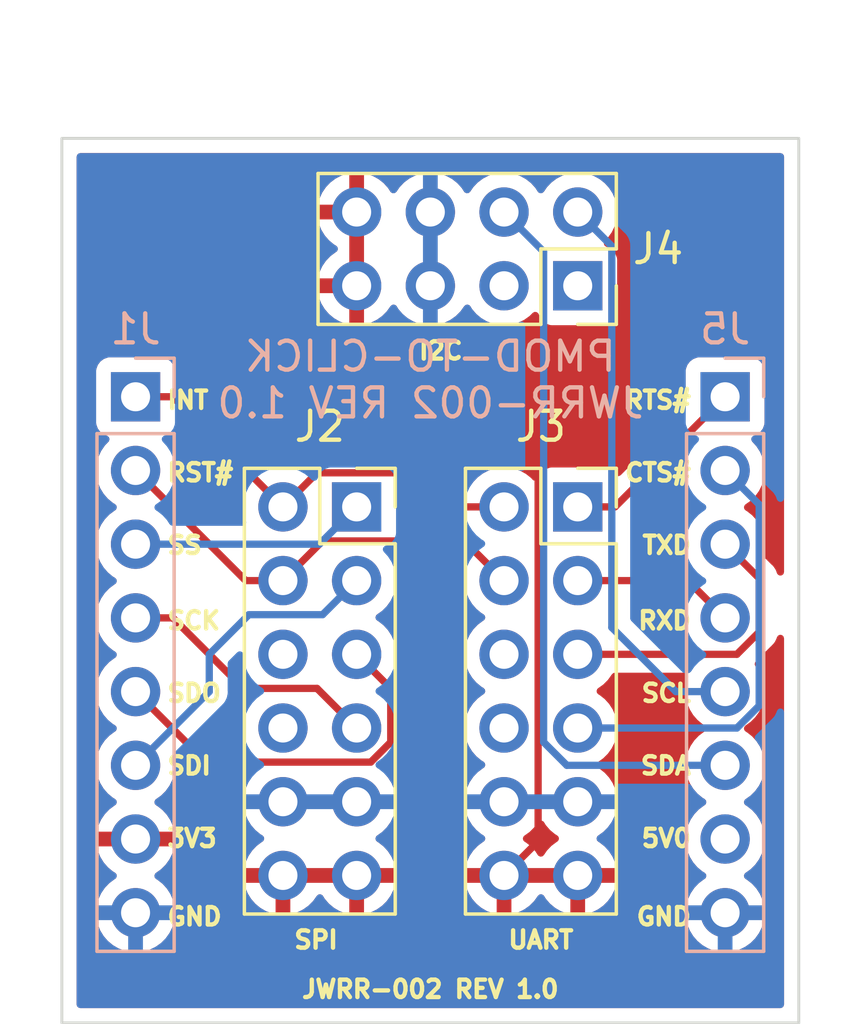
<source format=kicad_pcb>
(kicad_pcb (version 20211014) (generator pcbnew)
  (layers (0 "F.Cu" signal) (31 "B.Cu" signal) (34 "B.Paste" user) (35 "F.Paste" user) (36 "B.SilkS" user "B.Silkscreen") (37 "F.SilkS" user "F.Silkscreen") (38 "B.Mask" user) (39 "F.Mask" user) (44 "Edge.Cuts" user))
  (net 0 "")
  (net 1 "/SS")
  (net 2 "/SDI")
  (net 3 "/SDO")
  (net 4 "/SCK")
  (net 5 "GND")
  (net 6 "+3V3")
  (net 7 "/INT")
  (net 8 "/RST#")
  (net 9 "/RTS_FROM_PMOD#")
  (net 10 "/RXD_TO_PMOD")
  (net 11 "/TXD_FROM_PMOD")
  (net 12 "/CTS_TO_PMOD#")
  (net 14 "/SCL_TO_PMOD")
  (net 16 "/SDA_BIDIR")
  (footprint "Connector_PinSocket_2.54mm:PinSocket_2x06_P2.54mm_Vertical" (layer "F.Cu") (at 101.6 119.38)
    (fp_text reference "J2" (at -1.27 -2.77) (layer "F.SilkS"))
    (fp_text value "Conn_02x06_Odd_Even")
    (fp_line (start -3.87 -1.33) (end -1.27 -1.33) (layer "F.SilkS") (width 0.12))
    (fp_line (start 1.33 1.27) (end 1.33 14.03) (layer "F.SilkS") (width 0.12))
    (fp_line (start -3.87 -1.33) (end -3.87 14.03) (layer "F.SilkS") (width 0.12))
    (fp_line (start 0 -1.33) (end 1.33 -1.33) (layer "F.SilkS") (width 0.12))
    (fp_line (start -3.87 14.03) (end 1.33 14.03) (layer "F.SilkS") (width 0.12))
    (fp_line (start -1.27 -1.33) (end -1.27 1.27) (layer "F.SilkS") (width 0.12))
    (fp_line (start -1.27 1.27) (end 1.33 1.27) (layer "F.SilkS") (width 0.12))
    (fp_line (start 1.33 -1.33) (end 1.33 0) (layer "F.SilkS") (width 0.12))
    (pad "1" thru_hole rect (at 0 0) (size 1.7 1.7) (drill 1) (layers *.Cu *.Mask) (net 1 "/SS"))
    (pad "2" thru_hole oval (at -2.54 0) (size 1.7 1.7) (drill 1) (layers *.Cu *.Mask) (net 7 "/INT"))
    (pad "3" thru_hole oval (at 0 2.54) (size 1.7 1.7) (drill 1) (layers *.Cu *.Mask) (net 2 "/SDI"))
    (pad "4" thru_hole oval (at -2.54 2.54) (size 1.7 1.7) (drill 1) (layers *.Cu *.Mask) (net 8 "/RST#"))
    (pad "5" thru_hole oval (at 0 5.08) (size 1.7 1.7) (drill 1) (layers *.Cu *.Mask) (net 3 "/SDO"))
    (pad "6" thru_hole oval (at -2.54 5.08) (size 1.7 1.7) (drill 1) (layers *.Cu *.Mask))
    (pad "7" thru_hole oval (at 0 7.62) (size 1.7 1.7) (drill 1) (layers *.Cu *.Mask) (net 4 "/SCK"))
    (pad "8" thru_hole oval (at -2.54 7.62) (size 1.7 1.7) (drill 1) (layers *.Cu *.Mask))
    (pad "9" thru_hole oval (at 0 10.16) (size 1.7 1.7) (drill 1) (layers *.Cu *.Mask) (net 5 "GND"))
    (pad "10" thru_hole oval (at -2.54 10.16) (size 1.7 1.7) (drill 1) (layers *.Cu *.Mask) (net 5 "GND"))
    (pad "11" thru_hole oval (at 0 12.7) (size 1.7 1.7) (drill 1) (layers *.Cu *.Mask) (net 6 "+3V3"))
    (pad "12" thru_hole oval (at -2.54 12.7) (size 1.7 1.7) (drill 1) (layers *.Cu *.Mask) (net 6 "+3V3"))
  )
  (footprint "Connector_PinSocket_2.54mm:PinSocket_2x06_P2.54mm_Vertical" (layer "F.Cu") (at 109.22 119.38)
    (fp_text reference "J3" (at -1.27 -2.77) (layer "F.SilkS"))
    (fp_text value "Conn_02x06_Odd_Even")
    (fp_line (start 1.33 1.27) (end 1.33 14.03) (layer "F.SilkS") (width 0.12))
    (fp_line (start -3.87 -1.33) (end -1.27 -1.33) (layer "F.SilkS") (width 0.12))
    (fp_line (start -3.87 -1.33) (end -3.87 14.03) (layer "F.SilkS") (width 0.12))
    (fp_line (start 1.33 -1.33) (end 1.33 0) (layer "F.SilkS") (width 0.12))
    (fp_line (start -3.87 14.03) (end 1.33 14.03) (layer "F.SilkS") (width 0.12))
    (fp_line (start 0 -1.33) (end 1.33 -1.33) (layer "F.SilkS") (width 0.12))
    (fp_line (start -1.27 1.27) (end 1.33 1.27) (layer "F.SilkS") (width 0.12))
    (fp_line (start -1.27 -1.33) (end -1.27 1.27) (layer "F.SilkS") (width 0.12))
    (pad "1" thru_hole rect (at 0 0) (size 1.7 1.7) (drill 1) (layers *.Cu *.Mask) (net 9 "/RTS_FROM_PMOD#"))
    (pad "2" thru_hole oval (at -2.54 0) (size 1.7 1.7) (drill 1) (layers *.Cu *.Mask) (net 7 "/INT"))
    (pad "3" thru_hole oval (at 0 2.54) (size 1.7 1.7) (drill 1) (layers *.Cu *.Mask) (net 10 "/RXD_TO_PMOD"))
    (pad "4" thru_hole oval (at -2.54 2.54) (size 1.7 1.7) (drill 1) (layers *.Cu *.Mask) (net 8 "/RST#"))
    (pad "5" thru_hole oval (at 0 5.08) (size 1.7 1.7) (drill 1) (layers *.Cu *.Mask) (net 11 "/TXD_FROM_PMOD"))
    (pad "6" thru_hole oval (at -2.54 5.08) (size 1.7 1.7) (drill 1) (layers *.Cu *.Mask))
    (pad "7" thru_hole oval (at 0 7.62) (size 1.7 1.7) (drill 1) (layers *.Cu *.Mask) (net 12 "/CTS_TO_PMOD#"))
    (pad "8" thru_hole oval (at -2.54 7.62) (size 1.7 1.7) (drill 1) (layers *.Cu *.Mask))
    (pad "9" thru_hole oval (at 0 10.16) (size 1.7 1.7) (drill 1) (layers *.Cu *.Mask) (net 5 "GND"))
    (pad "10" thru_hole oval (at -2.54 10.16) (size 1.7 1.7) (drill 1) (layers *.Cu *.Mask) (net 5 "GND"))
    (pad "11" thru_hole oval (at 0 12.7) (size 1.7 1.7) (drill 1) (layers *.Cu *.Mask) (net 6 "+3V3"))
    (pad "12" thru_hole oval (at -2.54 12.7) (size 1.7 1.7) (drill 1) (layers *.Cu *.Mask) (net 6 "+3V3"))
  )
  (footprint "Connector_PinSocket_2.54mm:PinSocket_2x04_P2.54mm_Vertical" (layer "F.Cu") (at 109.22 111.76 -90)
    (fp_text reference "J4" (at -1.27 -2.77) (layer "F.SilkS"))
    (fp_text value "Conn_02x04_Odd_Even")
    (fp_line (start -1.27 -1.33) (end -1.27 1.27) (layer "F.SilkS") (width 0.12))
    (fp_line (start 1.33 -1.33) (end 1.33 0) (layer "F.SilkS") (width 0.12))
    (fp_line (start -3.87 8.95) (end 1.33 8.95) (layer "F.SilkS") (width 0.12))
    (fp_line (start 0 -1.33) (end 1.33 -1.33) (layer "F.SilkS") (width 0.12))
    (fp_line (start 1.33 1.27) (end 1.33 8.95) (layer "F.SilkS") (width 0.12))
    (fp_line (start -1.27 1.27) (end 1.33 1.27) (layer "F.SilkS") (width 0.12))
    (fp_line (start -3.87 -1.33) (end -1.27 -1.33) (layer "F.SilkS") (width 0.12))
    (fp_line (start -3.87 -1.33) (end -3.87 8.95) (layer "F.SilkS") (width 0.12))
    (pad "1" thru_hole rect (at 0 0 270) (size 1.7 1.7) (drill 1) (layers *.Cu *.Mask))
    (pad "2" thru_hole oval (at -2.54 0 270) (size 1.7 1.7) (drill 1) (layers *.Cu *.Mask) (net 14 "/SCL_TO_PMOD"))
    (pad "3" thru_hole oval (at 0 2.54 270) (size 1.7 1.7) (drill 1) (layers *.Cu *.Mask))
    (pad "4" thru_hole oval (at -2.54 2.54 270) (size 1.7 1.7) (drill 1) (layers *.Cu *.Mask) (net 16 "/SDA_BIDIR"))
    (pad "5" thru_hole oval (at 0 5.08 270) (size 1.7 1.7) (drill 1) (layers *.Cu *.Mask) (net 5 "GND"))
    (pad "6" thru_hole oval (at -2.54 5.08 270) (size 1.7 1.7) (drill 1) (layers *.Cu *.Mask) (net 5 "GND"))
    (pad "7" thru_hole oval (at 0 7.62 270) (size 1.7 1.7) (drill 1) (layers *.Cu *.Mask) (net 6 "+3V3"))
    (pad "8" thru_hole oval (at -2.54 7.62 270) (size 1.7 1.7) (drill 1) (layers *.Cu *.Mask) (net 6 "+3V3"))
  )
  (footprint "Connector_PinHeader_2.54mm:PinHeader_1x08_P2.54mm_Vertical" (layer "B.Cu") (at 93.98 115.585 180)
    (fp_text reference "J1" (at 0 2.33) (layer "B.SilkS") (effects (justify mirror)))
    (fp_text value "Conn_01x08")
    (fp_line (start -1.33 0) (end -1.33 1.33) (layer "B.SilkS") (width 0.12))
    (fp_line (start -1.33 1.33) (end 0 1.33) (layer "B.SilkS") (width 0.12))
    (fp_line (start -1.33 -1.27) (end 1.33 -1.27) (layer "B.SilkS") (width 0.12))
    (fp_line (start -1.33 -1.27) (end -1.33 -19.11) (layer "B.SilkS") (width 0.12))
    (fp_line (start 1.33 -1.27) (end 1.33 -19.11) (layer "B.SilkS") (width 0.12))
    (fp_line (start -1.33 -19.11) (end 1.33 -19.11) (layer "B.SilkS") (width 0.12))
    (pad "1" thru_hole rect (at 0 0 180) (size 1.7 1.7) (drill 1) (layers *.Cu *.Mask) (net 7 "/INT"))
    (pad "2" thru_hole oval (at 0 -2.54 180) (size 1.7 1.7) (drill 1) (layers *.Cu *.Mask) (net 8 "/RST#"))
    (pad "3" thru_hole oval (at 0 -5.08 180) (size 1.7 1.7) (drill 1) (layers *.Cu *.Mask) (net 1 "/SS"))
    (pad "4" thru_hole oval (at 0 -7.62 180) (size 1.7 1.7) (drill 1) (layers *.Cu *.Mask) (net 4 "/SCK"))
    (pad "5" thru_hole oval (at 0 -10.16 180) (size 1.7 1.7) (drill 1) (layers *.Cu *.Mask) (net 3 "/SDO"))
    (pad "6" thru_hole oval (at 0 -12.7 180) (size 1.7 1.7) (drill 1) (layers *.Cu *.Mask) (net 2 "/SDI"))
    (pad "7" thru_hole oval (at 0 -15.24 180) (size 1.7 1.7) (drill 1) (layers *.Cu *.Mask) (net 6 "+3V3"))
    (pad "8" thru_hole oval (at 0 -17.78 180) (size 1.7 1.7) (drill 1) (layers *.Cu *.Mask) (net 5 "GND"))
  )
  (footprint "Connector_PinHeader_2.54mm:PinHeader_1x08_P2.54mm_Vertical" (layer "B.Cu") (at 114.3 115.585 180)
    (fp_text reference "J5" (at 0 2.33) (layer "B.SilkS") (effects (justify mirror)))
    (fp_text value "Conn_01x08")
    (fp_line (start -1.33 -19.11) (end 1.33 -19.11) (layer "B.SilkS") (width 0.12))
    (fp_line (start -1.33 0) (end -1.33 1.33) (layer "B.SilkS") (width 0.12))
    (fp_line (start 1.33 -1.27) (end 1.33 -19.11) (layer "B.SilkS") (width 0.12))
    (fp_line (start -1.33 1.33) (end 0 1.33) (layer "B.SilkS") (width 0.12))
    (fp_line (start -1.33 -1.27) (end -1.33 -19.11) (layer "B.SilkS") (width 0.12))
    (fp_line (start -1.33 -1.27) (end 1.33 -1.27) (layer "B.SilkS") (width 0.12))
    (pad "1" thru_hole rect (at 0 0 180) (size 1.7 1.7) (drill 1) (layers *.Cu *.Mask) (net 9 "/RTS_FROM_PMOD#"))
    (pad "2" thru_hole oval (at 0 -2.54 180) (size 1.7 1.7) (drill 1) (layers *.Cu *.Mask) (net 12 "/CTS_TO_PMOD#"))
    (pad "3" thru_hole oval (at 0 -5.08 180) (size 1.7 1.7) (drill 1) (layers *.Cu *.Mask) (net 11 "/TXD_FROM_PMOD"))
    (pad "4" thru_hole oval (at 0 -7.62 180) (size 1.7 1.7) (drill 1) (layers *.Cu *.Mask) (net 10 "/RXD_TO_PMOD"))
    (pad "5" thru_hole oval (at 0 -10.16 180) (size 1.7 1.7) (drill 1) (layers *.Cu *.Mask) (net 14 "/SCL_TO_PMOD"))
    (pad "6" thru_hole oval (at 0 -12.7 180) (size 1.7 1.7) (drill 1) (layers *.Cu *.Mask) (net 16 "/SDA_BIDIR"))
    (pad "7" thru_hole oval (at 0 -15.24 180) (size 1.7 1.7) (drill 1) (layers *.Cu *.Mask))
    (pad "8" thru_hole oval (at 0 -17.78 180) (size 1.7 1.7) (drill 1) (layers *.Cu *.Mask) (net 5 "GND"))
  )
  (gr_rect (start 91.44 106.68) (end 116.84 137.16) (layer "Edge.Cuts") (width 0.1) (fill none))
  (gr_text "PMOD-TO-CLICK\nJWRR-002 REV 1.0" (at 104.14 115) (layer "B.SilkS") (effects (font (size 1 1)) (justify mirror)))
  (gr_text "SPI" (at 100.2 134.3) (layer "F.SilkS") (effects (font (size 0.6 0.6))))
  (gr_text "I2C" (at 104.5 114) (layer "F.SilkS") (effects (font (size 0.6 0.6))))
  (gr_text "INT" (at 95 115.7) (layer "F.SilkS") (effects (font (size 0.6 0.6)) (justify left)))
  (gr_text "CTS#" (at 113.2 118.2) (layer "F.SilkS") (effects (font (size 0.6 0.6)) (justify right)))
  (gr_text "RTS#" (at 113.2 115.7) (layer "F.SilkS") (effects (font (size 0.6 0.6)) (justify right)))
  (gr_text "RXD" (at 113.2 123.3) (layer "F.SilkS") (effects (font (size 0.6 0.6)) (justify right)))
  (gr_text "SDI" (at 95 128.3) (layer "F.SilkS") (effects (font (size 0.6 0.6)) (justify left)))
  (gr_text "GND" (at 95 133.5) (layer "F.SilkS") (effects (font (size 0.6 0.6)) (justify left)))
  (gr_text "SDO" (at 95 125.8) (layer "F.SilkS") (effects (font (size 0.6 0.6)) (justify left)))
  (gr_text "UART" (at 107.95 134.3) (layer "F.SilkS") (effects (font (size 0.6 0.6))))
  (gr_text "3V3" (at 95 130.8) (layer "F.SilkS") (effects (font (size 0.6 0.6)) (justify left)))
  (gr_text "SCL" (at 113.2 125.8) (layer "F.SilkS") (effects (font (size 0.6 0.6)) (justify right)))
  (gr_text "RST#" (at 95 118.2) (layer "F.SilkS") (effects (font (size 0.6 0.6)) (justify left)))
  (gr_text "SDA" (at 113.2 128.3) (layer "F.SilkS") (effects (font (size 0.6 0.6)) (justify right)))
  (gr_text "5V0" (at 113.2 130.8) (layer "F.SilkS") (effects (font (size 0.6 0.6)) (justify right)))
  (gr_text "JWRR-002 REV 1.0" (at 104.14 136) (layer "F.SilkS") (effects (font (size 0.6 0.6))))
  (gr_text "SS" (at 95 120.7) (layer "F.SilkS") (effects (font (size 0.6 0.6)) (justify left)))
  (gr_text "GND" (at 113.2 133.5) (layer "F.SilkS") (effects (font (size 0.6 0.6)) (justify right)))
  (gr_text "TXD" (at 113.2 120.7) (layer "F.SilkS") (effects (font (size 0.6 0.6)) (justify right)))
  (gr_text "SCK" (at 95 123.3) (layer "F.SilkS") (effects (font (size 0.6 0.6)) (justify left)))
  (segment (start 93.98 120.665) (end 100.315 120.665) (width 0.25) (layer "B.Cu") (net 1))
  (segment (start 100.315 120.665) (end 101.6 119.38) (width 0.25) (layer "B.Cu") (net 1))
  (segment (start 97.885489 123.094511) (end 100.425489 123.094511) (width 0.25) (layer "B.Cu") (net 2))
  (segment (start 96.52 124.46) (end 97.885489 123.094511) (width 0.25) (layer "B.Cu") (net 2))
  (segment (start 100.425489 123.094511) (end 101.6 121.92) (width 0.25) (layer "B.Cu") (net 2))
  (segment (start 93.98 128.285) (end 96.52 125.745) (width 0.25) (layer "B.Cu") (net 2))
  (segment (start 96.52 125.745) (end 96.52 124.46) (width 0.25) (layer "B.Cu") (net 2))
  (segment (start 102.774511 125.634511) (end 101.6 124.46) (width 0.25) (layer "F.Cu") (net 3))
  (segment (start 102.086499 128.174511) (end 102.774511 127.486499) (width 0.25) (layer "F.Cu") (net 3))
  (segment (start 93.98 125.745) (end 96.409511 128.174511) (width 0.25) (layer "F.Cu") (net 3))
  (segment (start 96.409511 128.174511) (end 102.086499 128.174511) (width 0.25) (layer "F.Cu") (net 3))
  (segment (start 102.774511 127.486499) (end 102.774511 125.634511) (width 0.25) (layer "F.Cu") (net 3))
  (segment (start 100.234511 125.634511) (end 101.6 127) (width 0.25) (layer "F.Cu") (net 4))
  (segment (start 95.265 123.205) (end 97.694511 125.634511) (width 0.25) (layer "F.Cu") (net 4))
  (segment (start 93.98 123.205) (end 95.265 123.205) (width 0.25) (layer "F.Cu") (net 4))
  (segment (start 97.694511 125.634511) (end 100.234511 125.634511) (width 0.25) (layer "F.Cu") (net 4))
  (segment (start 101.6 129.54) (end 106.68 129.54) (width 0.25) (layer "B.Cu") (net 5))
  (segment (start 96.52 132.08) (end 96.52 129.54) (width 0.25) (layer "B.Cu") (net 5))
  (segment (start 104.14 111.76) (end 104.14 129.54) (width 0.25) (layer "B.Cu") (net 5))
  (segment (start 111.76 129.54) (end 111.76 132.08) (width 0.25) (layer "B.Cu") (net 5))
  (segment (start 93.98 133.365) (end 95.235 133.365) (width 0.25) (layer "B.Cu") (net 5))
  (segment (start 104.14 111.76) (end 104.14 109.22) (width 0.25) (layer "B.Cu") (net 5))
  (segment (start 106.68 129.54) (end 109.22 129.54) (width 0.25) (layer "B.Cu") (net 5))
  (segment (start 113.045 133.365) (end 114.3 133.365) (width 0.25) (layer "B.Cu") (net 5))
  (segment (start 96.52 129.54) (end 99.06 129.54) (width 0.25) (layer "B.Cu") (net 5))
  (segment (start 99.06 129.54) (end 101.6 129.54) (width 0.25) (layer "B.Cu") (net 5))
  (segment (start 95.235 133.365) (end 96.52 132.08) (width 0.25) (layer "B.Cu") (net 5))
  (segment (start 109.22 129.54) (end 111.76 129.54) (width 0.25) (layer "B.Cu") (net 5))
  (segment (start 111.76 132.08) (end 113.045 133.365) (width 0.25) (layer "B.Cu") (net 5))
  (segment (start 106.68 132.08) (end 109.22 132.08) (width 0.25) (layer "F.Cu") (net 6))
  (segment (start 93.98 130.825) (end 95.265 130.825) (width 0.25) (layer "F.Cu") (net 6))
  (segment (start 101.6 114.3) (end 106.68 114.3) (width 0.25) (layer "F.Cu") (net 6))
  (segment (start 101.6 111.76) (end 101.6 114.3) (width 0.25) (layer "F.Cu") (net 6))
  (segment (start 96.52 132.08) (end 99.06 132.08) (width 0.25) (layer "F.Cu") (net 6))
  (segment (start 95.265 130.825) (end 96.52 132.08) (width 0.25) (layer "F.Cu") (net 6))
  (segment (start 99.06 132.08) (end 101.6 132.08) (width 0.25) (layer "F.Cu") (net 6))
  (segment (start 107.854511 115.474511) (end 107.854511 130.905489) (width 0.25) (layer "F.Cu") (net 6))
  (segment (start 101.6 132.08) (end 106.68 132.08) (width 0.25) (layer "F.Cu") (net 6))
  (segment (start 106.68 114.3) (end 107.854511 115.474511) (width 0.25) (layer "F.Cu") (net 6))
  (segment (start 107.854511 130.905489) (end 106.68 132.08) (width 0.25) (layer "F.Cu") (net 6))
  (segment (start 101.6 111.76) (end 101.6 109.22) (width 0.25) (layer "F.Cu") (net 6))
  (segment (start 105.314511 119.38) (end 104.14 118.205489) (width 0.25) (layer "F.Cu") (net 7))
  (segment (start 104.14 118.205489) (end 100.234511 118.205489) (width 0.25) (layer "F.Cu") (net 7))
  (segment (start 100.234511 118.205489) (end 99.06 119.38) (width 0.25) (layer "F.Cu") (net 7))
  (segment (start 106.68 119.38) (end 105.314511 119.38) (width 0.25) (layer "F.Cu") (net 7))
  (segment (start 99.06 119.38) (end 95.265 115.585) (width 0.25) (layer "F.Cu") (net 7))
  (segment (start 95.265 115.585) (end 93.98 115.585) (width 0.25) (layer "F.Cu") (net 7))
  (segment (start 97.775 121.92) (end 99.06 121.92) (width 0.25) (layer "F.Cu") (net 8))
  (segment (start 100.425489 120.554511) (end 105.314511 120.554511) (width 0.25) (layer "F.Cu") (net 8))
  (segment (start 105.314511 120.554511) (end 106.68 121.92) (width 0.25) (layer "F.Cu") (net 8))
  (segment (start 99.06 121.92) (end 100.425489 120.554511) (width 0.25) (layer "F.Cu") (net 8))
  (segment (start 93.98 118.125) (end 97.775 121.92) (width 0.25) (layer "F.Cu") (net 8))
  (segment (start 114.3 115.585) (end 110.505 119.38) (width 0.25) (layer "F.Cu") (net 9))
  (segment (start 110.505 119.38) (end 109.22 119.38) (width 0.25) (layer "F.Cu") (net 9))
  (segment (start 109.22 121.92) (end 113.015 121.92) (width 0.25) (layer "F.Cu") (net 10))
  (segment (start 113.015 121.92) (end 114.3 123.205) (width 0.25) (layer "F.Cu") (net 10))
  (segment (start 114.70601 124.46) (end 115.474511 123.691499) (width 0.25) (layer "F.Cu") (net 11))
  (segment (start 115.474511 123.691499) (end 115.474511 121.839511) (width 0.25) (layer "F.Cu") (net 11))
  (segment (start 109.22 124.46) (end 114.70601 124.46) (width 0.25) (layer "F.Cu") (net 11))
  (segment (start 115.474511 121.839511) (end 114.3 120.665) (width 0.25) (layer "F.Cu") (net 11))
  (segment (start 115.474511 119.299511) (end 114.3 118.125) (width 0.25) (layer "B.Cu") (net 12))
  (segment (start 115.474511 126.231499) (end 115.474511 119.299511) (width 0.25) (layer "B.Cu") (net 12))
  (segment (start 109.22 127) (end 114.70601 127) (width 0.25) (layer "B.Cu") (net 12))
  (segment (start 114.70601 127) (end 115.474511 126.231499) (width 0.25) (layer "B.Cu") (net 12))
  (segment (start 110.394511 110.394511) (end 109.22 109.22) (width 0.25) (layer "B.Cu") (net 14))
  (segment (start 110.394511 123.534006) (end 110.394511 110.394511) (width 0.25) (layer "B.Cu") (net 14))
  (segment (start 114.3 125.745) (end 112.605505 125.745) (width 0.25) (layer "B.Cu") (net 14))
  (segment (start 112.605505 125.745) (end 110.394511 123.534006) (width 0.25) (layer "B.Cu") (net 14))
  (segment (start 108.045489 127.486499) (end 108.84399 128.285) (width 0.25) (layer "B.Cu") (net 16))
  (segment (start 106.68 109.22) (end 108.045489 110.585489) (width 0.25) (layer "B.Cu") (net 16))
  (segment (start 108.045489 110.585489) (end 108.045489 127.486499) (width 0.25) (layer "B.Cu") (net 16))
  (segment (start 108.84399 128.285) (end 114.3 128.285) (width 0.25) (layer "B.Cu") (net 16))
  (zone (net 6) (net_name "+3V3") (layer "F.Cu") (connect_pads (clearance 0.508)) (min_thickness 0.254) (fill yes (thermal_gap 0.508) (thermal_bridge_width 0.508))
    (polygon (pts (xy 116.84 137.16) (xy 91.44 137.16) (xy 91.44 106.68) (xy 116.84 106.68)))
  )
  (zone (net 5) (net_name "GND") (layer "B.Cu") (connect_pads (clearance 0.508)) (min_thickness 0.254) (fill yes (thermal_gap 0.508) (thermal_bridge_width 0.508))
    (polygon (pts (xy 116.84 137.16) (xy 91.44 137.16) (xy 91.44 106.68) (xy 116.84 106.68)))
  )
)
</source>
